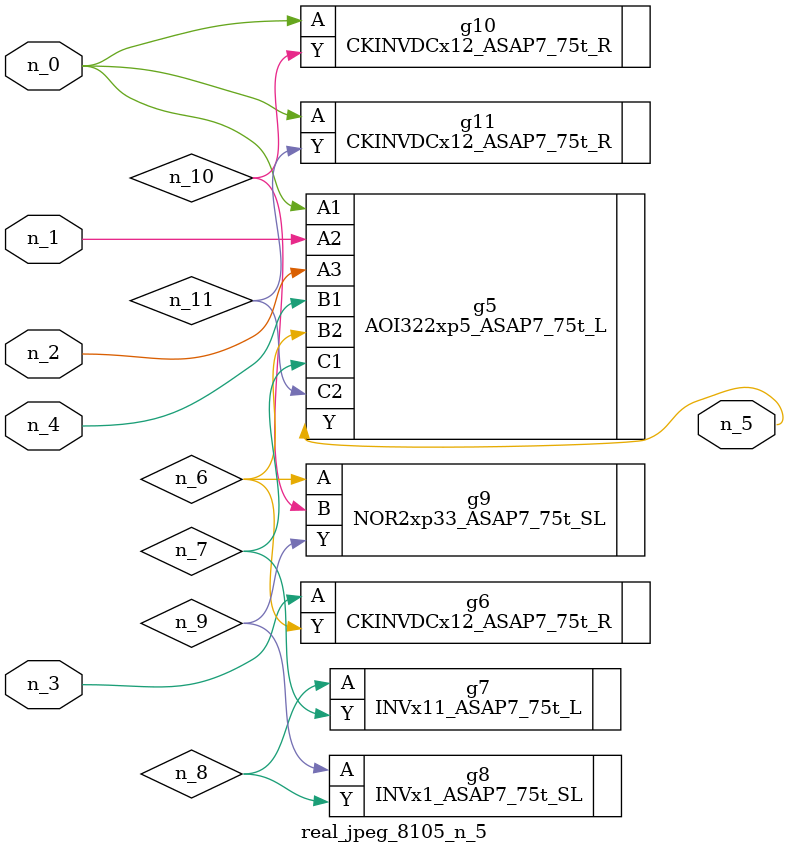
<source format=v>
module real_jpeg_8105_n_5 (n_4, n_0, n_1, n_2, n_3, n_5);

input n_4;
input n_0;
input n_1;
input n_2;
input n_3;

output n_5;

wire n_8;
wire n_11;
wire n_6;
wire n_7;
wire n_10;
wire n_9;

AOI322xp5_ASAP7_75t_L g5 ( 
.A1(n_0),
.A2(n_1),
.A3(n_2),
.B1(n_4),
.B2(n_6),
.C1(n_7),
.C2(n_11),
.Y(n_5)
);

CKINVDCx12_ASAP7_75t_R g10 ( 
.A(n_0),
.Y(n_10)
);

CKINVDCx12_ASAP7_75t_R g11 ( 
.A(n_0),
.Y(n_11)
);

CKINVDCx12_ASAP7_75t_R g6 ( 
.A(n_3),
.Y(n_6)
);

NOR2xp33_ASAP7_75t_SL g9 ( 
.A(n_6),
.B(n_10),
.Y(n_9)
);

INVx11_ASAP7_75t_L g7 ( 
.A(n_8),
.Y(n_7)
);

INVx1_ASAP7_75t_SL g8 ( 
.A(n_9),
.Y(n_8)
);


endmodule
</source>
